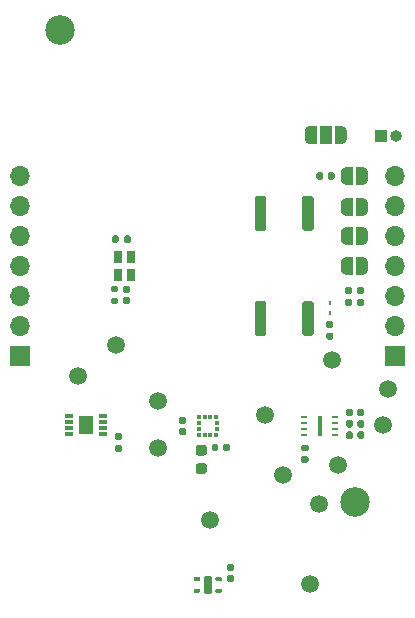
<source format=gbs>
G04 #@! TF.GenerationSoftware,KiCad,Pcbnew,(5.1.7)-1*
G04 #@! TF.CreationDate,2021-07-01T14:18:12+04:00*
G04 #@! TF.ProjectId,pcb-stm32wl,7063622d-7374-46d3-9332-776c2e6b6963,1.1*
G04 #@! TF.SameCoordinates,PX8f0d180PY6422c40*
G04 #@! TF.FileFunction,Soldermask,Bot*
G04 #@! TF.FilePolarity,Negative*
%FSLAX46Y46*%
G04 Gerber Fmt 4.6, Leading zero omitted, Abs format (unit mm)*
G04 Created by KiCad (PCBNEW (5.1.7)-1) date 2021-07-01 14:18:12*
%MOMM*%
%LPD*%
G01*
G04 APERTURE LIST*
%ADD10R,0.375000X0.350000*%
%ADD11R,0.350000X0.375000*%
%ADD12R,0.750000X0.300000*%
%ADD13R,1.300000X1.500000*%
%ADD14R,0.300000X1.700000*%
%ADD15R,0.600000X0.270000*%
%ADD16C,0.100000*%
%ADD17R,1.000000X1.000000*%
%ADD18O,1.000000X1.000000*%
%ADD19R,1.700000X1.700000*%
%ADD20O,1.700000X1.700000*%
%ADD21C,2.500000*%
%ADD22R,0.800000X1.000000*%
%ADD23R,0.250000X0.360000*%
%ADD24R,1.000000X1.500000*%
%ADD25C,1.500000*%
G04 APERTURE END LIST*
D10*
X-754500Y-13288803D03*
X-754500Y-13788803D03*
X770500Y-13788803D03*
X770500Y-13288803D03*
D11*
X-742000Y-14301303D03*
X-742000Y-12776303D03*
X758000Y-14301303D03*
X758000Y-12776303D03*
X258000Y-14301303D03*
X-242000Y-14301303D03*
X258000Y-12776303D03*
X-242000Y-12776303D03*
D12*
X-11750000Y-14238803D03*
X-11750000Y-13738803D03*
X-11750000Y-13238803D03*
X-11750000Y-12738803D03*
X-8850000Y-12738803D03*
X-8850000Y-13238803D03*
X-8850000Y-13738803D03*
X-8850000Y-14238803D03*
D13*
X-10300000Y-13488803D03*
G36*
G01*
X375400Y-26387900D02*
X375400Y-27637900D01*
G75*
G02*
X200400Y-27812900I-175000J0D01*
G01*
X-149600Y-27812900D01*
G75*
G02*
X-324600Y-27637900I0J175000D01*
G01*
X-324600Y-26387900D01*
G75*
G02*
X-149600Y-26212900I175000J0D01*
G01*
X200400Y-26212900D01*
G75*
G02*
X375400Y-26387900I0J-175000D01*
G01*
G37*
G36*
G01*
X-624600Y-26425400D02*
X-624600Y-26600400D01*
G75*
G02*
X-712100Y-26687900I-87500J0D01*
G01*
X-1087100Y-26687900D01*
G75*
G02*
X-1174600Y-26600400I0J87500D01*
G01*
X-1174600Y-26425400D01*
G75*
G02*
X-1087100Y-26337900I87500J0D01*
G01*
X-712100Y-26337900D01*
G75*
G02*
X-624600Y-26425400I0J-87500D01*
G01*
G37*
G36*
G01*
X-624600Y-27425400D02*
X-624600Y-27600400D01*
G75*
G02*
X-712100Y-27687900I-87500J0D01*
G01*
X-1087100Y-27687900D01*
G75*
G02*
X-1174600Y-27600400I0J87500D01*
G01*
X-1174600Y-27425400D01*
G75*
G02*
X-1087100Y-27337900I87500J0D01*
G01*
X-712100Y-27337900D01*
G75*
G02*
X-624600Y-27425400I0J-87500D01*
G01*
G37*
G36*
G01*
X1225400Y-27425400D02*
X1225400Y-27600400D01*
G75*
G02*
X1137900Y-27687900I-87500J0D01*
G01*
X762900Y-27687900D01*
G75*
G02*
X675400Y-27600400I0J87500D01*
G01*
X675400Y-27425400D01*
G75*
G02*
X762900Y-27337900I87500J0D01*
G01*
X1137900Y-27337900D01*
G75*
G02*
X1225400Y-27425400I0J-87500D01*
G01*
G37*
G36*
G01*
X1225400Y-26425400D02*
X1225400Y-26600400D01*
G75*
G02*
X1137900Y-26687900I-87500J0D01*
G01*
X762900Y-26687900D01*
G75*
G02*
X675400Y-26600400I0J87500D01*
G01*
X675400Y-26425400D01*
G75*
G02*
X762900Y-26337900I87500J0D01*
G01*
X1137900Y-26337900D01*
G75*
G02*
X1225400Y-26425400I0J-87500D01*
G01*
G37*
D14*
X9512000Y-13527000D03*
D15*
X10812000Y-14277000D03*
X10812000Y-13777000D03*
X10812000Y-13277000D03*
X10812000Y-12777000D03*
X8212000Y-12777000D03*
X8212000Y-13277000D03*
X8212000Y-13777000D03*
X8212000Y-14277000D03*
G36*
G01*
X-7680000Y-3245000D02*
X-8050000Y-3245000D01*
G75*
G02*
X-8185000Y-3110000I0J135000D01*
G01*
X-8185000Y-2840000D01*
G75*
G02*
X-8050000Y-2705000I135000J0D01*
G01*
X-7680000Y-2705000D01*
G75*
G02*
X-7545000Y-2840000I0J-135000D01*
G01*
X-7545000Y-3110000D01*
G75*
G02*
X-7680000Y-3245000I-135000J0D01*
G01*
G37*
G36*
G01*
X-7680000Y-2225000D02*
X-8050000Y-2225000D01*
G75*
G02*
X-8185000Y-2090000I0J135000D01*
G01*
X-8185000Y-1820000D01*
G75*
G02*
X-8050000Y-1685000I135000J0D01*
G01*
X-7680000Y-1685000D01*
G75*
G02*
X-7545000Y-1820000I0J-135000D01*
G01*
X-7545000Y-2090000D01*
G75*
G02*
X-7680000Y-2225000I-135000J0D01*
G01*
G37*
D16*
G36*
X11796000Y6870602D02*
G01*
X11771466Y6870602D01*
X11722635Y6875412D01*
X11674510Y6884984D01*
X11627555Y6899228D01*
X11582222Y6918005D01*
X11538949Y6941136D01*
X11498150Y6968396D01*
X11460221Y6999524D01*
X11425524Y7034221D01*
X11394396Y7072150D01*
X11367136Y7112949D01*
X11344005Y7156222D01*
X11325228Y7201555D01*
X11310984Y7248510D01*
X11301412Y7296635D01*
X11296602Y7345466D01*
X11296602Y7370000D01*
X11296000Y7370000D01*
X11296000Y7870000D01*
X11296602Y7870000D01*
X11296602Y7894534D01*
X11301412Y7943365D01*
X11310984Y7991490D01*
X11325228Y8038445D01*
X11344005Y8083778D01*
X11367136Y8127051D01*
X11394396Y8167850D01*
X11425524Y8205779D01*
X11460221Y8240476D01*
X11498150Y8271604D01*
X11538949Y8298864D01*
X11582222Y8321995D01*
X11627555Y8340772D01*
X11674510Y8355016D01*
X11722635Y8364588D01*
X11771466Y8369398D01*
X11796000Y8369398D01*
X11796000Y8370000D01*
X12296000Y8370000D01*
X12296000Y6870000D01*
X11796000Y6870000D01*
X11796000Y6870602D01*
G37*
G36*
X12596000Y8370000D02*
G01*
X13096000Y8370000D01*
X13096000Y8369398D01*
X13120534Y8369398D01*
X13169365Y8364588D01*
X13217490Y8355016D01*
X13264445Y8340772D01*
X13309778Y8321995D01*
X13353051Y8298864D01*
X13393850Y8271604D01*
X13431779Y8240476D01*
X13466476Y8205779D01*
X13497604Y8167850D01*
X13524864Y8127051D01*
X13547995Y8083778D01*
X13566772Y8038445D01*
X13581016Y7991490D01*
X13590588Y7943365D01*
X13595398Y7894534D01*
X13595398Y7870000D01*
X13596000Y7870000D01*
X13596000Y7370000D01*
X13595398Y7370000D01*
X13595398Y7345466D01*
X13590588Y7296635D01*
X13581016Y7248510D01*
X13566772Y7201555D01*
X13547995Y7156222D01*
X13524864Y7112949D01*
X13497604Y7072150D01*
X13466476Y7034221D01*
X13431779Y6999524D01*
X13393850Y6968396D01*
X13353051Y6941136D01*
X13309778Y6918005D01*
X13264445Y6899228D01*
X13217490Y6884984D01*
X13169365Y6875412D01*
X13120534Y6870602D01*
X13096000Y6870602D01*
X13096000Y6870000D01*
X12596000Y6870000D01*
X12596000Y8370000D01*
G37*
D17*
X14700000Y11000000D03*
D18*
X15970000Y11000000D03*
D16*
G36*
X13096000Y3289398D02*
G01*
X13120534Y3289398D01*
X13169365Y3284588D01*
X13217490Y3275016D01*
X13264445Y3260772D01*
X13309778Y3241995D01*
X13353051Y3218864D01*
X13393850Y3191604D01*
X13431779Y3160476D01*
X13466476Y3125779D01*
X13497604Y3087850D01*
X13524864Y3047051D01*
X13547995Y3003778D01*
X13566772Y2958445D01*
X13581016Y2911490D01*
X13590588Y2863365D01*
X13595398Y2814534D01*
X13595398Y2790000D01*
X13596000Y2790000D01*
X13596000Y2290000D01*
X13595398Y2290000D01*
X13595398Y2265466D01*
X13590588Y2216635D01*
X13581016Y2168510D01*
X13566772Y2121555D01*
X13547995Y2076222D01*
X13524864Y2032949D01*
X13497604Y1992150D01*
X13466476Y1954221D01*
X13431779Y1919524D01*
X13393850Y1888396D01*
X13353051Y1861136D01*
X13309778Y1838005D01*
X13264445Y1819228D01*
X13217490Y1804984D01*
X13169365Y1795412D01*
X13120534Y1790602D01*
X13096000Y1790602D01*
X13096000Y1790000D01*
X12596000Y1790000D01*
X12596000Y3290000D01*
X13096000Y3290000D01*
X13096000Y3289398D01*
G37*
G36*
X12296000Y1790000D02*
G01*
X11796000Y1790000D01*
X11796000Y1790602D01*
X11771466Y1790602D01*
X11722635Y1795412D01*
X11674510Y1804984D01*
X11627555Y1819228D01*
X11582222Y1838005D01*
X11538949Y1861136D01*
X11498150Y1888396D01*
X11460221Y1919524D01*
X11425524Y1954221D01*
X11394396Y1992150D01*
X11367136Y2032949D01*
X11344005Y2076222D01*
X11325228Y2121555D01*
X11310984Y2168510D01*
X11301412Y2216635D01*
X11296602Y2265466D01*
X11296602Y2290000D01*
X11296000Y2290000D01*
X11296000Y2790000D01*
X11296602Y2790000D01*
X11296602Y2814534D01*
X11301412Y2863365D01*
X11310984Y2911490D01*
X11325228Y2958445D01*
X11344005Y3003778D01*
X11367136Y3047051D01*
X11394396Y3087850D01*
X11425524Y3125779D01*
X11460221Y3160476D01*
X11498150Y3191604D01*
X11538949Y3218864D01*
X11582222Y3241995D01*
X11627555Y3260772D01*
X11674510Y3275016D01*
X11722635Y3284588D01*
X11771466Y3289398D01*
X11796000Y3289398D01*
X11796000Y3290000D01*
X12296000Y3290000D01*
X12296000Y1790000D01*
G37*
D19*
X15875000Y-7620000D03*
D20*
X15875000Y-5080000D03*
X15875000Y-2540000D03*
X15875000Y0D03*
X15875000Y2540000D03*
X15875000Y5080000D03*
X15875000Y7620000D03*
G36*
G01*
X1874000Y-15201000D02*
X1874000Y-15541000D01*
G75*
G02*
X1734000Y-15681000I-140000J0D01*
G01*
X1454000Y-15681000D01*
G75*
G02*
X1314000Y-15541000I0J140000D01*
G01*
X1314000Y-15201000D01*
G75*
G02*
X1454000Y-15061000I140000J0D01*
G01*
X1734000Y-15061000D01*
G75*
G02*
X1874000Y-15201000I0J-140000D01*
G01*
G37*
G36*
G01*
X914000Y-15201000D02*
X914000Y-15541000D01*
G75*
G02*
X774000Y-15681000I-140000J0D01*
G01*
X494000Y-15681000D01*
G75*
G02*
X354000Y-15541000I0J140000D01*
G01*
X354000Y-15201000D01*
G75*
G02*
X494000Y-15061000I140000J0D01*
G01*
X774000Y-15061000D01*
G75*
G02*
X914000Y-15201000I0J-140000D01*
G01*
G37*
G36*
G01*
X-280000Y-17605000D02*
X-780000Y-17605000D01*
G75*
G02*
X-1005000Y-17380000I0J225000D01*
G01*
X-1005000Y-16930000D01*
G75*
G02*
X-780000Y-16705000I225000J0D01*
G01*
X-280000Y-16705000D01*
G75*
G02*
X-55000Y-16930000I0J-225000D01*
G01*
X-55000Y-17380000D01*
G75*
G02*
X-280000Y-17605000I-225000J0D01*
G01*
G37*
G36*
G01*
X-280000Y-16055000D02*
X-780000Y-16055000D01*
G75*
G02*
X-1005000Y-15830000I0J225000D01*
G01*
X-1005000Y-15380000D01*
G75*
G02*
X-780000Y-15155000I225000J0D01*
G01*
X-280000Y-15155000D01*
G75*
G02*
X-55000Y-15380000I0J-225000D01*
G01*
X-55000Y-15830000D01*
G75*
G02*
X-280000Y-16055000I-225000J0D01*
G01*
G37*
D19*
X-15875000Y-7620000D03*
D20*
X-15875000Y-5080000D03*
X-15875000Y-2540000D03*
X-15875000Y0D03*
X-15875000Y2540000D03*
X-15875000Y5080000D03*
X-15875000Y7620000D03*
G36*
G01*
X12320000Y-14157500D02*
X12320000Y-14502500D01*
G75*
G02*
X12172500Y-14650000I-147500J0D01*
G01*
X11877500Y-14650000D01*
G75*
G02*
X11730000Y-14502500I0J147500D01*
G01*
X11730000Y-14157500D01*
G75*
G02*
X11877500Y-14010000I147500J0D01*
G01*
X12172500Y-14010000D01*
G75*
G02*
X12320000Y-14157500I0J-147500D01*
G01*
G37*
G36*
G01*
X13290000Y-14157500D02*
X13290000Y-14502500D01*
G75*
G02*
X13142500Y-14650000I-147500J0D01*
G01*
X12847500Y-14650000D01*
G75*
G02*
X12700000Y-14502500I0J147500D01*
G01*
X12700000Y-14157500D01*
G75*
G02*
X12847500Y-14010000I147500J0D01*
G01*
X13142500Y-14010000D01*
G75*
G02*
X13290000Y-14157500I0J-147500D01*
G01*
G37*
G36*
G01*
X-2267500Y-13749000D02*
X-1922500Y-13749000D01*
G75*
G02*
X-1775000Y-13896500I0J-147500D01*
G01*
X-1775000Y-14191500D01*
G75*
G02*
X-1922500Y-14339000I-147500J0D01*
G01*
X-2267500Y-14339000D01*
G75*
G02*
X-2415000Y-14191500I0J147500D01*
G01*
X-2415000Y-13896500D01*
G75*
G02*
X-2267500Y-13749000I147500J0D01*
G01*
G37*
G36*
G01*
X-2267500Y-12779000D02*
X-1922500Y-12779000D01*
G75*
G02*
X-1775000Y-12926500I0J-147500D01*
G01*
X-1775000Y-13221500D01*
G75*
G02*
X-1922500Y-13369000I-147500J0D01*
G01*
X-2267500Y-13369000D01*
G75*
G02*
X-2415000Y-13221500I0J147500D01*
G01*
X-2415000Y-12926500D01*
G75*
G02*
X-2267500Y-12779000I147500J0D01*
G01*
G37*
G36*
G01*
X1780500Y-25229000D02*
X2125500Y-25229000D01*
G75*
G02*
X2273000Y-25376500I0J-147500D01*
G01*
X2273000Y-25671500D01*
G75*
G02*
X2125500Y-25819000I-147500J0D01*
G01*
X1780500Y-25819000D01*
G75*
G02*
X1633000Y-25671500I0J147500D01*
G01*
X1633000Y-25376500D01*
G75*
G02*
X1780500Y-25229000I147500J0D01*
G01*
G37*
G36*
G01*
X1780500Y-26199000D02*
X2125500Y-26199000D01*
G75*
G02*
X2273000Y-26346500I0J-147500D01*
G01*
X2273000Y-26641500D01*
G75*
G02*
X2125500Y-26789000I-147500J0D01*
G01*
X1780500Y-26789000D01*
G75*
G02*
X1633000Y-26641500I0J147500D01*
G01*
X1633000Y-26346500D01*
G75*
G02*
X1780500Y-26199000I147500J0D01*
G01*
G37*
G36*
G01*
X-7347500Y-15730000D02*
X-7692500Y-15730000D01*
G75*
G02*
X-7840000Y-15582500I0J147500D01*
G01*
X-7840000Y-15287500D01*
G75*
G02*
X-7692500Y-15140000I147500J0D01*
G01*
X-7347500Y-15140000D01*
G75*
G02*
X-7200000Y-15287500I0J-147500D01*
G01*
X-7200000Y-15582500D01*
G75*
G02*
X-7347500Y-15730000I-147500J0D01*
G01*
G37*
G36*
G01*
X-7347500Y-14760000D02*
X-7692500Y-14760000D01*
G75*
G02*
X-7840000Y-14612500I0J147500D01*
G01*
X-7840000Y-14317500D01*
G75*
G02*
X-7692500Y-14170000I147500J0D01*
G01*
X-7347500Y-14170000D01*
G75*
G02*
X-7200000Y-14317500I0J-147500D01*
G01*
X-7200000Y-14612500D01*
G75*
G02*
X-7347500Y-14760000I-147500J0D01*
G01*
G37*
G36*
G01*
X10522500Y-6230000D02*
X10177500Y-6230000D01*
G75*
G02*
X10030000Y-6082500I0J147500D01*
G01*
X10030000Y-5787500D01*
G75*
G02*
X10177500Y-5640000I147500J0D01*
G01*
X10522500Y-5640000D01*
G75*
G02*
X10670000Y-5787500I0J-147500D01*
G01*
X10670000Y-6082500D01*
G75*
G02*
X10522500Y-6230000I-147500J0D01*
G01*
G37*
G36*
G01*
X10522500Y-5260000D02*
X10177500Y-5260000D01*
G75*
G02*
X10030000Y-5112500I0J147500D01*
G01*
X10030000Y-4817500D01*
G75*
G02*
X10177500Y-4670000I147500J0D01*
G01*
X10522500Y-4670000D01*
G75*
G02*
X10670000Y-4817500I0J-147500D01*
G01*
X10670000Y-5112500D01*
G75*
G02*
X10522500Y-5260000I-147500J0D01*
G01*
G37*
D21*
X12500000Y-20000000D03*
X-12500000Y20000000D03*
G36*
G01*
X13294000Y-13196500D02*
X13294000Y-13541500D01*
G75*
G02*
X13146500Y-13689000I-147500J0D01*
G01*
X12851500Y-13689000D01*
G75*
G02*
X12704000Y-13541500I0J147500D01*
G01*
X12704000Y-13196500D01*
G75*
G02*
X12851500Y-13049000I147500J0D01*
G01*
X13146500Y-13049000D01*
G75*
G02*
X13294000Y-13196500I0J-147500D01*
G01*
G37*
G36*
G01*
X12324000Y-13196500D02*
X12324000Y-13541500D01*
G75*
G02*
X12176500Y-13689000I-147500J0D01*
G01*
X11881500Y-13689000D01*
G75*
G02*
X11734000Y-13541500I0J147500D01*
G01*
X11734000Y-13196500D01*
G75*
G02*
X11881500Y-13049000I147500J0D01*
G01*
X12176500Y-13049000D01*
G75*
G02*
X12324000Y-13196500I0J-147500D01*
G01*
G37*
G36*
G01*
X12781500Y-1808000D02*
X13126500Y-1808000D01*
G75*
G02*
X13274000Y-1955500I0J-147500D01*
G01*
X13274000Y-2250500D01*
G75*
G02*
X13126500Y-2398000I-147500J0D01*
G01*
X12781500Y-2398000D01*
G75*
G02*
X12634000Y-2250500I0J147500D01*
G01*
X12634000Y-1955500D01*
G75*
G02*
X12781500Y-1808000I147500J0D01*
G01*
G37*
G36*
G01*
X12781500Y-2778000D02*
X13126500Y-2778000D01*
G75*
G02*
X13274000Y-2925500I0J-147500D01*
G01*
X13274000Y-3220500D01*
G75*
G02*
X13126500Y-3368000I-147500J0D01*
G01*
X12781500Y-3368000D01*
G75*
G02*
X12634000Y-3220500I0J147500D01*
G01*
X12634000Y-2925500D01*
G75*
G02*
X12781500Y-2778000I147500J0D01*
G01*
G37*
G36*
G01*
X13280000Y-12227500D02*
X13280000Y-12572500D01*
G75*
G02*
X13132500Y-12720000I-147500J0D01*
G01*
X12837500Y-12720000D01*
G75*
G02*
X12690000Y-12572500I0J147500D01*
G01*
X12690000Y-12227500D01*
G75*
G02*
X12837500Y-12080000I147500J0D01*
G01*
X13132500Y-12080000D01*
G75*
G02*
X13280000Y-12227500I0J-147500D01*
G01*
G37*
G36*
G01*
X12310000Y-12227500D02*
X12310000Y-12572500D01*
G75*
G02*
X12162500Y-12720000I-147500J0D01*
G01*
X11867500Y-12720000D01*
G75*
G02*
X11720000Y-12572500I0J147500D01*
G01*
X11720000Y-12227500D01*
G75*
G02*
X11867500Y-12080000I147500J0D01*
G01*
X12162500Y-12080000D01*
G75*
G02*
X12310000Y-12227500I0J-147500D01*
G01*
G37*
G36*
G01*
X9810000Y7772500D02*
X9810000Y7427500D01*
G75*
G02*
X9662500Y7280000I-147500J0D01*
G01*
X9367500Y7280000D01*
G75*
G02*
X9220000Y7427500I0J147500D01*
G01*
X9220000Y7772500D01*
G75*
G02*
X9367500Y7920000I147500J0D01*
G01*
X9662500Y7920000D01*
G75*
G02*
X9810000Y7772500I0J-147500D01*
G01*
G37*
G36*
G01*
X10780000Y7772500D02*
X10780000Y7427500D01*
G75*
G02*
X10632500Y7280000I-147500J0D01*
G01*
X10337500Y7280000D01*
G75*
G02*
X10190000Y7427500I0J147500D01*
G01*
X10190000Y7772500D01*
G75*
G02*
X10337500Y7920000I147500J0D01*
G01*
X10632500Y7920000D01*
G75*
G02*
X10780000Y7772500I0J-147500D01*
G01*
G37*
G36*
G01*
X-6676500Y-3245000D02*
X-7021500Y-3245000D01*
G75*
G02*
X-7169000Y-3097500I0J147500D01*
G01*
X-7169000Y-2802500D01*
G75*
G02*
X-7021500Y-2655000I147500J0D01*
G01*
X-6676500Y-2655000D01*
G75*
G02*
X-6529000Y-2802500I0J-147500D01*
G01*
X-6529000Y-3097500D01*
G75*
G02*
X-6676500Y-3245000I-147500J0D01*
G01*
G37*
G36*
G01*
X-6676500Y-2275000D02*
X-7021500Y-2275000D01*
G75*
G02*
X-7169000Y-2127500I0J147500D01*
G01*
X-7169000Y-1832500D01*
G75*
G02*
X-7021500Y-1685000I147500J0D01*
G01*
X-6676500Y-1685000D01*
G75*
G02*
X-6529000Y-1832500I0J-147500D01*
G01*
X-6529000Y-2127500D01*
G75*
G02*
X-6676500Y-2275000I-147500J0D01*
G01*
G37*
D22*
X-6450000Y750000D03*
X-6450000Y-750000D03*
X-7550000Y-750000D03*
X-7550000Y750000D03*
G36*
G01*
X8422500Y-15710000D02*
X8077500Y-15710000D01*
G75*
G02*
X7930000Y-15562500I0J147500D01*
G01*
X7930000Y-15267500D01*
G75*
G02*
X8077500Y-15120000I147500J0D01*
G01*
X8422500Y-15120000D01*
G75*
G02*
X8570000Y-15267500I0J-147500D01*
G01*
X8570000Y-15562500D01*
G75*
G02*
X8422500Y-15710000I-147500J0D01*
G01*
G37*
G36*
G01*
X8422500Y-16680000D02*
X8077500Y-16680000D01*
G75*
G02*
X7930000Y-16532500I0J147500D01*
G01*
X7930000Y-16237500D01*
G75*
G02*
X8077500Y-16090000I147500J0D01*
G01*
X8422500Y-16090000D01*
G75*
G02*
X8570000Y-16237500I0J-147500D01*
G01*
X8570000Y-16532500D01*
G75*
G02*
X8422500Y-16680000I-147500J0D01*
G01*
G37*
G36*
G01*
X12110500Y-2398000D02*
X11765500Y-2398000D01*
G75*
G02*
X11618000Y-2250500I0J147500D01*
G01*
X11618000Y-1955500D01*
G75*
G02*
X11765500Y-1808000I147500J0D01*
G01*
X12110500Y-1808000D01*
G75*
G02*
X12258000Y-1955500I0J-147500D01*
G01*
X12258000Y-2250500D01*
G75*
G02*
X12110500Y-2398000I-147500J0D01*
G01*
G37*
G36*
G01*
X12110500Y-3368000D02*
X11765500Y-3368000D01*
G75*
G02*
X11618000Y-3220500I0J147500D01*
G01*
X11618000Y-2925500D01*
G75*
G02*
X11765500Y-2778000I147500J0D01*
G01*
X12110500Y-2778000D01*
G75*
G02*
X12258000Y-2925500I0J-147500D01*
G01*
X12258000Y-3220500D01*
G75*
G02*
X12110500Y-3368000I-147500J0D01*
G01*
G37*
D23*
X10350000Y-4020000D03*
X10350000Y-3180000D03*
D16*
G36*
X9270000Y10350000D02*
G01*
X8720000Y10350000D01*
X8720000Y10350602D01*
X8695466Y10350602D01*
X8646635Y10355412D01*
X8598510Y10364984D01*
X8551555Y10379228D01*
X8506222Y10398005D01*
X8462949Y10421136D01*
X8422150Y10448396D01*
X8384221Y10479524D01*
X8349524Y10514221D01*
X8318396Y10552150D01*
X8291136Y10592949D01*
X8268005Y10636222D01*
X8249228Y10681555D01*
X8234984Y10728510D01*
X8225412Y10776635D01*
X8220602Y10825466D01*
X8220602Y10850000D01*
X8220000Y10850000D01*
X8220000Y11350000D01*
X8220602Y11350000D01*
X8220602Y11374534D01*
X8225412Y11423365D01*
X8234984Y11471490D01*
X8249228Y11518445D01*
X8268005Y11563778D01*
X8291136Y11607051D01*
X8318396Y11647850D01*
X8349524Y11685779D01*
X8384221Y11720476D01*
X8422150Y11751604D01*
X8462949Y11778864D01*
X8506222Y11801995D01*
X8551555Y11820772D01*
X8598510Y11835016D01*
X8646635Y11844588D01*
X8695466Y11849398D01*
X8720000Y11849398D01*
X8720000Y11850000D01*
X9270000Y11850000D01*
X9270000Y10350000D01*
G37*
D24*
X10020000Y11100000D03*
D16*
G36*
X11320000Y11849398D02*
G01*
X11344534Y11849398D01*
X11393365Y11844588D01*
X11441490Y11835016D01*
X11488445Y11820772D01*
X11533778Y11801995D01*
X11577051Y11778864D01*
X11617850Y11751604D01*
X11655779Y11720476D01*
X11690476Y11685779D01*
X11721604Y11647850D01*
X11748864Y11607051D01*
X11771995Y11563778D01*
X11790772Y11518445D01*
X11805016Y11471490D01*
X11814588Y11423365D01*
X11819398Y11374534D01*
X11819398Y11350000D01*
X11820000Y11350000D01*
X11820000Y10850000D01*
X11819398Y10850000D01*
X11819398Y10825466D01*
X11814588Y10776635D01*
X11805016Y10728510D01*
X11790772Y10681555D01*
X11771995Y10636222D01*
X11748864Y10592949D01*
X11721604Y10552150D01*
X11690476Y10514221D01*
X11655779Y10479524D01*
X11617850Y10448396D01*
X11577051Y10421136D01*
X11533778Y10398005D01*
X11488445Y10379228D01*
X11441490Y10364984D01*
X11393365Y10355412D01*
X11344534Y10350602D01*
X11320000Y10350602D01*
X11320000Y10350000D01*
X10770000Y10350000D01*
X10770000Y11850000D01*
X11320000Y11850000D01*
X11320000Y11849398D01*
G37*
G36*
X11796000Y4250602D02*
G01*
X11771466Y4250602D01*
X11722635Y4255412D01*
X11674510Y4264984D01*
X11627555Y4279228D01*
X11582222Y4298005D01*
X11538949Y4321136D01*
X11498150Y4348396D01*
X11460221Y4379524D01*
X11425524Y4414221D01*
X11394396Y4452150D01*
X11367136Y4492949D01*
X11344005Y4536222D01*
X11325228Y4581555D01*
X11310984Y4628510D01*
X11301412Y4676635D01*
X11296602Y4725466D01*
X11296602Y4750000D01*
X11296000Y4750000D01*
X11296000Y5250000D01*
X11296602Y5250000D01*
X11296602Y5274534D01*
X11301412Y5323365D01*
X11310984Y5371490D01*
X11325228Y5418445D01*
X11344005Y5463778D01*
X11367136Y5507051D01*
X11394396Y5547850D01*
X11425524Y5585779D01*
X11460221Y5620476D01*
X11498150Y5651604D01*
X11538949Y5678864D01*
X11582222Y5701995D01*
X11627555Y5720772D01*
X11674510Y5735016D01*
X11722635Y5744588D01*
X11771466Y5749398D01*
X11796000Y5749398D01*
X11796000Y5750000D01*
X12296000Y5750000D01*
X12296000Y4250000D01*
X11796000Y4250000D01*
X11796000Y4250602D01*
G37*
G36*
X12596000Y5750000D02*
G01*
X13096000Y5750000D01*
X13096000Y5749398D01*
X13120534Y5749398D01*
X13169365Y5744588D01*
X13217490Y5735016D01*
X13264445Y5720772D01*
X13309778Y5701995D01*
X13353051Y5678864D01*
X13393850Y5651604D01*
X13431779Y5620476D01*
X13466476Y5585779D01*
X13497604Y5547850D01*
X13524864Y5507051D01*
X13547995Y5463778D01*
X13566772Y5418445D01*
X13581016Y5371490D01*
X13590588Y5323365D01*
X13595398Y5274534D01*
X13595398Y5250000D01*
X13596000Y5250000D01*
X13596000Y4750000D01*
X13595398Y4750000D01*
X13595398Y4725466D01*
X13590588Y4676635D01*
X13581016Y4628510D01*
X13566772Y4581555D01*
X13547995Y4536222D01*
X13524864Y4492949D01*
X13497604Y4452150D01*
X13466476Y4414221D01*
X13431779Y4379524D01*
X13393850Y4348396D01*
X13353051Y4321136D01*
X13309778Y4298005D01*
X13264445Y4279228D01*
X13217490Y4264984D01*
X13169365Y4255412D01*
X13120534Y4250602D01*
X13096000Y4250602D01*
X13096000Y4250000D01*
X12596000Y4250000D01*
X12596000Y5750000D01*
G37*
G36*
X13096000Y749398D02*
G01*
X13120534Y749398D01*
X13169365Y744588D01*
X13217490Y735016D01*
X13264445Y720772D01*
X13309778Y701995D01*
X13353051Y678864D01*
X13393850Y651604D01*
X13431779Y620476D01*
X13466476Y585779D01*
X13497604Y547850D01*
X13524864Y507051D01*
X13547995Y463778D01*
X13566772Y418445D01*
X13581016Y371490D01*
X13590588Y323365D01*
X13595398Y274534D01*
X13595398Y250000D01*
X13596000Y250000D01*
X13596000Y-250000D01*
X13595398Y-250000D01*
X13595398Y-274534D01*
X13590588Y-323365D01*
X13581016Y-371490D01*
X13566772Y-418445D01*
X13547995Y-463778D01*
X13524864Y-507051D01*
X13497604Y-547850D01*
X13466476Y-585779D01*
X13431779Y-620476D01*
X13393850Y-651604D01*
X13353051Y-678864D01*
X13309778Y-701995D01*
X13264445Y-720772D01*
X13217490Y-735016D01*
X13169365Y-744588D01*
X13120534Y-749398D01*
X13096000Y-749398D01*
X13096000Y-750000D01*
X12596000Y-750000D01*
X12596000Y750000D01*
X13096000Y750000D01*
X13096000Y749398D01*
G37*
G36*
X12296000Y-750000D02*
G01*
X11796000Y-750000D01*
X11796000Y-749398D01*
X11771466Y-749398D01*
X11722635Y-744588D01*
X11674510Y-735016D01*
X11627555Y-720772D01*
X11582222Y-701995D01*
X11538949Y-678864D01*
X11498150Y-651604D01*
X11460221Y-620476D01*
X11425524Y-585779D01*
X11394396Y-547850D01*
X11367136Y-507051D01*
X11344005Y-463778D01*
X11325228Y-418445D01*
X11310984Y-371490D01*
X11301412Y-323365D01*
X11296602Y-274534D01*
X11296602Y-250000D01*
X11296000Y-250000D01*
X11296000Y250000D01*
X11296602Y250000D01*
X11296602Y274534D01*
X11301412Y323365D01*
X11310984Y371490D01*
X11325228Y418445D01*
X11344005Y463778D01*
X11367136Y507051D01*
X11394396Y547850D01*
X11425524Y585779D01*
X11460221Y620476D01*
X11498150Y651604D01*
X11538949Y678864D01*
X11582222Y701995D01*
X11627555Y720772D01*
X11674510Y735016D01*
X11722635Y744588D01*
X11771466Y749398D01*
X11796000Y749398D01*
X11796000Y750000D01*
X12296000Y750000D01*
X12296000Y-750000D01*
G37*
G36*
G01*
X-8065000Y2074000D02*
X-8065000Y2444000D01*
G75*
G02*
X-7930000Y2579000I135000J0D01*
G01*
X-7660000Y2579000D01*
G75*
G02*
X-7525000Y2444000I0J-135000D01*
G01*
X-7525000Y2074000D01*
G75*
G02*
X-7660000Y1939000I-135000J0D01*
G01*
X-7930000Y1939000D01*
G75*
G02*
X-8065000Y2074000I0J135000D01*
G01*
G37*
G36*
G01*
X-7045000Y2074000D02*
X-7045000Y2444000D01*
G75*
G02*
X-6910000Y2579000I135000J0D01*
G01*
X-6640000Y2579000D01*
G75*
G02*
X-6505000Y2444000I0J-135000D01*
G01*
X-6505000Y2074000D01*
G75*
G02*
X-6640000Y1939000I-135000J0D01*
G01*
X-6910000Y1939000D01*
G75*
G02*
X-7045000Y2074000I0J135000D01*
G01*
G37*
D25*
X8660000Y-26910000D03*
X190000Y-21500000D03*
X10550000Y-7950000D03*
X-4175000Y-11425000D03*
X4900000Y-12580000D03*
X6420000Y-17710000D03*
X15300000Y-10380000D03*
X9440000Y-20170000D03*
X14860000Y-13490000D03*
X11037000Y-16824000D03*
X-4174000Y-15377000D03*
X-7760000Y-6680000D03*
X-10979000Y-9360000D03*
G36*
G01*
X4800000Y2950000D02*
X4200000Y2950000D01*
G75*
G02*
X4000000Y3150000I0J200000D01*
G01*
X4000000Y5750000D01*
G75*
G02*
X4200000Y5950000I200000J0D01*
G01*
X4800000Y5950000D01*
G75*
G02*
X5000000Y5750000I0J-200000D01*
G01*
X5000000Y3150000D01*
G75*
G02*
X4800000Y2950000I-200000J0D01*
G01*
G37*
G36*
G01*
X4800000Y-5950000D02*
X4200000Y-5950000D01*
G75*
G02*
X4000000Y-5750000I0J200000D01*
G01*
X4000000Y-3150000D01*
G75*
G02*
X4200000Y-2950000I200000J0D01*
G01*
X4800000Y-2950000D01*
G75*
G02*
X5000000Y-3150000I0J-200000D01*
G01*
X5000000Y-5750000D01*
G75*
G02*
X4800000Y-5950000I-200000J0D01*
G01*
G37*
G36*
G01*
X8800000Y2950000D02*
X8200000Y2950000D01*
G75*
G02*
X8000000Y3150000I0J200000D01*
G01*
X8000000Y5750000D01*
G75*
G02*
X8200000Y5950000I200000J0D01*
G01*
X8800000Y5950000D01*
G75*
G02*
X9000000Y5750000I0J-200000D01*
G01*
X9000000Y3150000D01*
G75*
G02*
X8800000Y2950000I-200000J0D01*
G01*
G37*
G36*
G01*
X8800000Y-5950000D02*
X8200000Y-5950000D01*
G75*
G02*
X8000000Y-5750000I0J200000D01*
G01*
X8000000Y-3150000D01*
G75*
G02*
X8200000Y-2950000I200000J0D01*
G01*
X8800000Y-2950000D01*
G75*
G02*
X9000000Y-3150000I0J-200000D01*
G01*
X9000000Y-5750000D01*
G75*
G02*
X8800000Y-5950000I-200000J0D01*
G01*
G37*
M02*

</source>
